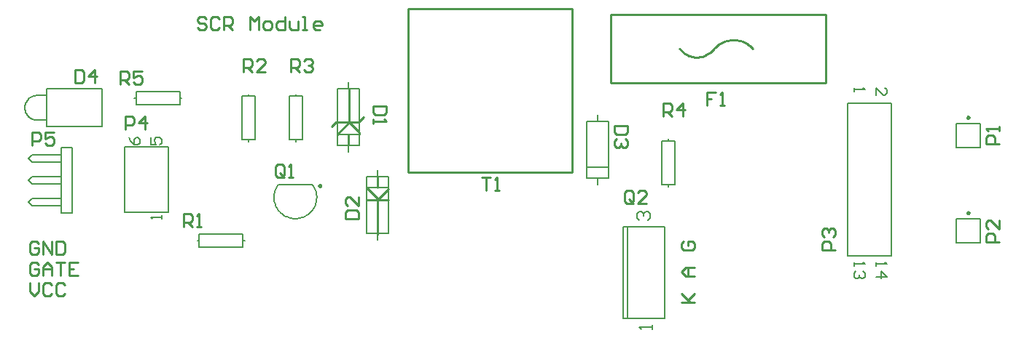
<source format=gto>
%FSTAX25Y25*%
%MOIN*%
%SFA1B1*%

%IPPOS*%
%ADD10C,0.010000*%
%ADD11C,0.007870*%
%ADD12C,0.009840*%
%ADD13C,0.005000*%
%ADD14C,0.008000*%
%ADD15C,0.005910*%
%LNpcb1-1*%
%LPD*%
G54D10*
X0334945Y0138559D02*
D01*
X0334381Y0139154*
X0333778Y0139708*
X0333138Y0140219*
X0332463Y0140684*
X0331758Y0141101*
X0331026Y0141468*
X0330269Y0141782*
X0329493Y0142044*
X03287Y014225*
X0327894Y0142401*
X0327081Y0142495*
X0326262Y0142532*
X0325443Y0142511*
X0324627Y0142434*
X0323819Y01423*
X0323022Y014211*
X0322241Y0141865*
X0321478Y0141566*
X0320738Y0141214*
X0320024Y0140812*
X031934Y0140361*
X0318689Y0139863*
X0318075Y0139321*
X03175Y0138738*
X0317339Y0138559*
X030159D02*
D01*
X0302021Y0138024*
X0302488Y013752*
X0302989Y013705*
X0303522Y0136617*
X0304084Y0136222*
X0304672Y0135866*
X0305284Y0135553*
X0305916Y0135283*
X0306565Y0135058*
X0307228Y0134879*
X0307902Y0134746*
X0308584Y0134661*
X030927Y0134624*
X0309957Y0134634*
X0310641Y0134692*
X031132Y0134798*
X031199Y0134951*
X0312647Y0135151*
X0313289Y0135396*
X0313912Y0135685*
X0314514Y0136016*
X0315091Y0136389*
X0315641Y0136801*
X031616Y0137251*
X0316647Y0137736*
X0317099Y0138253*
X0317339Y0138559*
X0177559Y0156693D02*
X0252362D01*
Y008189D02*
Y0156693D01*
X0177559Y008189D02*
X0252362D01*
X0177559D02*
Y0156693D01*
X0163386Y0053185D02*
Y0069685D01*
Y0074803D02*
Y0079835D01*
X015835Y0069291D02*
X016835D01*
X016402Y0069685D02*
X016835Y0074016D01*
X0163386Y0069685D02*
X016402D01*
X0163386D02*
Y0069906D01*
X0159055Y0074016D02*
X0163386Y0069685D01*
X0158661Y0074016D02*
X0159055D01*
X0150394Y0104724D02*
Y0119693D01*
X015Y0094087D02*
Y0099087D01*
X014252Y0102756D02*
X0144488Y0104724D01*
X0145*
X0154724D02*
X0157087Y0107087D01*
X0150394Y0104724D02*
X0154724D01*
X0145D02*
X0150394D01*
X0155Y0100118*
Y0099087D02*
Y0100118D01*
X0145Y0099331D02*
X0150394Y0104724D01*
X0145Y0099087D02*
Y0099331D01*
X0270094Y0146433D02*
Y0154307D01*
X036852*
Y0146433D02*
Y0154307D01*
Y0122811D02*
Y0146433D01*
X0270094Y0122811D02*
X036852D01*
X0270094D02*
Y0130685D01*
X036852D02*
Y0146433D01*
X0270094Y0130685D02*
Y0146433D01*
X0008542Y0049209D02*
X0007542Y0050209D01*
X0005543*
X0004543Y0049209*
Y0045211*
X0005543Y0044211*
X0007542*
X0008542Y0045211*
Y004721*
X0006543*
X0010541Y0044211D02*
Y0050209D01*
X001454Y0044211*
Y0050209*
X0016539D02*
Y0044211D01*
X0019538*
X0020538Y0045211*
Y0049209*
X0019538Y0050209*
X0016539*
X0008542Y0039612D02*
X0007542Y0040611D01*
X0005543*
X0004543Y0039612*
Y0035613*
X0005543Y0034613*
X0007542*
X0008542Y0035613*
Y0037613*
X0006543*
X0010541Y0034613D02*
Y0038612D01*
X0012541Y0040611*
X001454Y0038612*
Y0034613*
Y0037613*
X0010541*
X0016539Y0040611D02*
X0020538D01*
X0018539*
Y0034613*
X0026536Y0040611D02*
X0022537D01*
Y0034613*
X0026536*
X0022537Y0037613D02*
X0024537D01*
X0004543Y0031014D02*
Y0027015D01*
X0006543Y0025016*
X0008542Y0027015*
Y0031014*
X001454Y0030014D02*
X001354Y0031014D01*
X0011541*
X0010541Y0030014*
Y0026015*
X0011541Y0025016*
X001354*
X001454Y0026015*
X0020538Y0030014D02*
X0019538Y0031014D01*
X0017539*
X0016539Y0030014*
Y0026015*
X0017539Y0025016*
X0019538*
X0020538Y0026015*
X0085101Y0152243D02*
X0084101Y0153242D01*
X0082102*
X0081102Y0152243*
Y0151243*
X0082102Y0150243*
X0084101*
X0085101Y0149243*
Y0148244*
X0084101Y0147244*
X0082102*
X0081102Y0148244*
X0091099Y0152243D02*
X00901Y0153242D01*
X00881*
X00871Y0152243*
Y0148244*
X00881Y0147244*
X00901*
X0091099Y0148244*
X0093098Y0147244D02*
Y0153242D01*
X0096097*
X0097097Y0152243*
Y0150243*
X0096097Y0149243*
X0093098*
X0095098D02*
X0097097Y0147244D01*
X0105095D02*
Y0153242D01*
X0107094Y0151243*
X0109093Y0153242*
Y0147244*
X0112092D02*
X0114092D01*
X0115091Y0148244*
Y0150243*
X0114092Y0151243*
X0112092*
X0111093Y0150243*
Y0148244*
X0112092Y0147244*
X0121089Y0153242D02*
Y0147244D01*
X011809*
X0117091Y0148244*
Y0150243*
X011809Y0151243*
X0121089*
X0123089D02*
Y0148244D01*
X0124089Y0147244*
X0127087*
Y0151243*
X0129087Y0147244D02*
X0131086D01*
X0130087*
Y0153242*
X0129087*
X0137084Y0147244D02*
X0135085D01*
X0134085Y0148244*
Y0150243*
X0135085Y0151243*
X0137084*
X0138084Y0150243*
Y0149243*
X0134085*
X030227Y0022047D02*
X0308268D01*
X0306268*
X030227Y0026046*
X0305269Y0023047*
X0308268Y0026046*
Y0034043D02*
X0304269D01*
X030227Y0036043*
X0304269Y0038042*
X0308268*
X0305269*
Y0034043*
X0303269Y0050038D02*
X030227Y0049038D01*
Y0047039*
X0303269Y004604*
X0307268*
X0308268Y0047039*
Y0049038*
X0307268Y0050038*
X0305269*
Y0048039*
X0167415Y0112205D02*
X0161417D01*
Y0109206*
X0162417Y0108206*
X0166416*
X0167415Y0109206*
Y0112205*
X0161417Y0106207D02*
Y0104207D01*
Y0105207*
X0167415*
X0166416Y0106207*
X0148726Y006063D02*
X0154724D01*
Y0063629*
X0153725Y0064629*
X0149726*
X0148726Y0063629*
Y006063*
X0154724Y0070627D02*
Y0066628D01*
X0150726Y0070627*
X0149726*
X0148726Y0069627*
Y0067628*
X0149726Y0066628*
X0277652Y010315D02*
X0271654D01*
Y0100151*
X0272653Y0099151*
X0276652*
X0277652Y0100151*
Y010315*
X0276652Y0097151D02*
X0277652Y0096152D01*
Y0094152*
X0276652Y0093153*
X0275652*
X0274653Y0094152*
Y0095152*
Y0094152*
X0273653Y0093153*
X0272653*
X0271654Y0094152*
Y0096152*
X0272653Y0097151*
X0318093Y0118557D02*
X0314094D01*
Y0115558*
X0316094*
X0314094*
Y0112559*
X0320093D02*
X0322092D01*
X0321092*
Y0118557*
X0320093Y0117557*
X0447638Y0094882D02*
X044164D01*
Y0097881*
X0442639Y0098881*
X0444639*
X0445638Y0097881*
Y0094882*
X0447638Y010088D02*
Y0102879D01*
Y010188*
X044164*
X0442639Y010088*
X0447638Y005D02*
X044164D01*
Y0052999*
X0442639Y0053999*
X0444639*
X0445638Y0052999*
Y005*
X0447638Y0059997D02*
Y0055998D01*
X0443639Y0059997*
X0442639*
X044164Y0058997*
Y0056998*
X0442639Y0055998*
X0372921Y0046059D02*
X0366923D01*
Y0049058*
X0367923Y0050058*
X0369922*
X0370922Y0049058*
Y0046059*
X0367923Y0052057D02*
X0366923Y0053057D01*
Y0055056*
X0367923Y0056056*
X0368922*
X0369922Y0055056*
Y0054057*
Y0055056*
X0370922Y0056056*
X0371921*
X0372921Y0055056*
Y0053057*
X0371921Y0052057*
X0048248Y0101654D02*
Y0107652D01*
X0051248*
X0052247Y0106652*
Y0104653*
X0051248Y0103653*
X0048248*
X0057245Y0101654D02*
Y0107652D01*
X0054246Y0104653*
X0058245*
X0120649Y008067D02*
Y0084668D01*
X0119649Y0085668*
X011765*
X011665Y0084668*
Y008067*
X011765Y007967*
X0119649*
X011865Y0081669D02*
X0120649Y007967D01*
X0119649D02*
X0120649Y008067D01*
X0122649Y007967D02*
X0124648D01*
X0123648*
Y0085668*
X0122649Y0084668*
X0280413Y0068341D02*
Y007234D01*
X0279413Y007334*
X0277414*
X0276414Y007234*
Y0068341*
X0277414Y0067342*
X0279413*
X0278414Y0069341D02*
X0280413Y0067342D01*
X0279413D02*
X0280413Y0068341D01*
X0286411Y0067342D02*
X0282412D01*
X0286411Y007134*
Y007234*
X0285411Y007334*
X0283412*
X0282412Y007234*
X007465Y005677D02*
Y0062768D01*
X0077649*
X0078649Y0061769*
Y0059769*
X0077649Y0058769*
X007465*
X007665D02*
X0078649Y005677D01*
X0080648D02*
X0082648D01*
X0081648*
Y0062768*
X0080648Y0061769*
X0101981Y0127843D02*
Y0133841D01*
X010498*
X0105979Y0132841*
Y0130842*
X010498Y0129842*
X0101981*
X010398D02*
X0105979Y0127843D01*
X0111978D02*
X0107979D01*
X0111978Y0131842*
Y0132841*
X0110978Y0133841*
X0108978*
X0107979Y0132841*
X0123634Y0127843D02*
Y0133841D01*
X0126633*
X0127633Y0132841*
Y0130842*
X0126633Y0129842*
X0123634*
X0125634D02*
X0127633Y0127843D01*
X0129632Y0132841D02*
X0130632Y0133841D01*
X0132631*
X0133631Y0132841*
Y0131842*
X0132631Y0130842*
X0131632*
X0132631*
X0133631Y0129842*
Y0128843*
X0132631Y0127843*
X0130632*
X0129632Y0128843*
X0294107Y010737D02*
Y0113368D01*
X0297106*
X0298105Y0112369*
Y011037*
X0297106Y010937*
X0294107*
X0296106D02*
X0298105Y010737D01*
X0303104D02*
Y0113368D01*
X0300105Y011037*
X0304103*
X0211024Y007962D02*
X0215022D01*
X0213023*
Y0073622*
X0217022D02*
X0219021D01*
X0218021*
Y007962*
X0217022Y007862*
X0005512Y0094095D02*
Y0100093D01*
X0008511*
X000951Y0099093*
Y0097093*
X0008511Y0096094*
X0005512*
X0015509Y0100093D02*
X001151D01*
Y0097093*
X0013509Y0098093*
X0014509*
X0015509Y0097093*
Y0095094*
X0014509Y0094095*
X001251*
X001151Y0095094*
X0025197Y0128833D02*
Y0122835D01*
X0028196*
X0029195Y0123834*
Y0127833*
X0028196Y0128833*
X0025197*
X0034194Y0122835D02*
Y0128833D01*
X0031195Y0125834*
X0035194*
X0045831Y0122147D02*
Y0128145D01*
X004883*
X0049829Y0127146*
Y0125146*
X004883Y0124147*
X0045831*
X004783D02*
X0049829Y0122147D01*
X0055827Y0128145D02*
X0051829D01*
Y0125146*
X0053828Y0126146*
X0054828*
X0055827Y0125146*
Y0123147*
X0054828Y0122147*
X0052828*
X0051829Y0123147*
G54D11*
X0118055Y0076276D02*
D01*
X0117662Y0075717*
X0117308Y0075133*
X0116997Y0074526*
X0116729Y0073898*
X0116505Y0073253*
X0116326Y0072594*
X0116194Y0071925*
X0116109Y0071247*
X0116072Y0070566*
X0116082Y0069883*
X011614Y0069203*
X0116245Y0068529*
X0116396Y0067863*
X0116594Y006721*
X0116837Y0066572*
X0117124Y0065952*
X0117453Y0065355*
X0117824Y0064781*
X0118233Y0064235*
X011868Y0063718*
X0119161Y0063235*
X0119675Y0062785*
X0120219Y0062373*
X0120791Y0062*
X0121387Y0061667*
X0122005Y0061377*
X0122641Y0061131*
X0123294Y006093*
X0123958Y0060774*
X0124632Y0060666*
X0125312Y0060605*
X0125995Y0060591*
X0126676Y0060625*
X0127354Y0060706*
X0128025Y0060835*
X0128684Y006101*
X012933Y006123*
X0129959Y0061495*
X0130568Y0061804*
X0131154Y0062154*
X0131715Y0062544*
X0132246Y0062972*
X0132747Y0063436*
X0133214Y0063934*
X0133645Y0064464*
X0134037Y0065022*
X0134391Y0065606*
X0134702Y0066213*
X013497Y0066841*
X0135194Y0067486*
X0135373Y0068145*
X0135505Y0068814*
X013559Y0069492*
X0135627Y0070173*
X0135617Y0070856*
X0135559Y0071536*
X0135454Y007221*
X0135303Y0072876*
X0135105Y0073529*
X0134862Y0074167*
X0134575Y0074787*
X0134246Y0075384*
X0133875Y0075958*
X0133646Y0076276*
X0264173Y0076126D02*
Y0079126D01*
Y0105126D02*
Y0108126D01*
X0259173Y0084126D02*
X0269173D01*
Y0079126D02*
Y0105126D01*
X0259173Y0079126D02*
X0269173D01*
X0259173D02*
Y0105126D01*
X0269173*
X0005407Y0066523D02*
X001874D01*
X000374Y0068189D02*
X0005407Y0066523D01*
X000374Y0068189D02*
X0005407Y0069856D01*
X001874*
X0005407Y0076522D02*
X001874D01*
X000374Y0078189D02*
X0005407Y0076522D01*
X000374Y0078189D02*
X0005407Y0079856D01*
X001874*
X0005407Y0086523D02*
X001874D01*
X000374Y0088189D02*
X0005407Y0086523D01*
X000374Y0088189D02*
X0005407Y0089856D01*
X001874*
X002374Y0063189D02*
Y0093189D01*
X001874D02*
X002374D01*
X001874Y0063189D02*
X002374D01*
X001874D02*
Y0093189D01*
X0125984Y0116693D02*
Y0117593D01*
Y0095793D02*
Y0096693D01*
Y0116693D02*
X0128984D01*
Y0096693D02*
Y0116693D01*
X0122984Y0096693D02*
X0128984D01*
X0122984D02*
Y0116693D01*
X0125984*
X0118055Y0076276D02*
X0133646D01*
X008095Y005037D02*
X008185D01*
X010185D02*
X010275D01*
X008185D02*
Y005337D01*
X010185*
Y004737D02*
Y005337D01*
X008185Y004737D02*
X010185D01*
X008185D02*
Y005037D01*
X0104331Y0116693D02*
Y0117593D01*
Y0095793D02*
Y0096693D01*
Y0116693D02*
X0107331D01*
Y0096693D02*
Y0116693D01*
X0101331Y0096693D02*
X0107331D01*
X0101331D02*
Y0116693D01*
X0104331*
X0067598Y0074337D02*
Y0093504D01*
Y0063504D02*
Y0093504D01*
X0047598Y0063504D02*
Y0093504D01*
Y0063504D02*
X0067598D01*
X0047598Y0093504D02*
X0067598D01*
X0275787Y005689D02*
X0294685D01*
X0275787Y0014764D02*
X0294685D01*
Y005689*
X0275787Y0014764D02*
Y005689D01*
X0277756Y0014764D02*
Y005689D01*
X0296457Y009622D02*
Y009712D01*
Y0075321D02*
Y0076221D01*
Y009622D02*
X0299457D01*
Y0076221D02*
Y009622D01*
X0293457Y0076221D02*
X0299457D01*
X0293457D02*
Y009622D01*
X0296457*
X0145Y0120087D02*
X0155D01*
X0145Y0094087D02*
Y0120087D01*
Y0094087D02*
X0155D01*
Y0120087*
X0145Y0099087D02*
X0155D01*
X015Y0120087D02*
Y0123087D01*
Y0091087D02*
Y0094087D01*
X015835Y005387D02*
X016835D01*
Y007987*
X015835D02*
X016835D01*
X015835Y005387D02*
Y007987D01*
Y007487D02*
X016835D01*
X016335Y005087D02*
Y005387D01*
Y007987D02*
Y008287D01*
X0378421Y0043559D02*
Y0113559D01*
X0398421Y0043559D02*
Y0113559D01*
X0378421D02*
X0398421D01*
X0378421Y0043559D02*
X0398421D01*
X0052092Y0115748D02*
X0052992D01*
X0072992D02*
X0073892D01*
X0052992D02*
Y0118748D01*
X0072992*
Y0112748D02*
Y0118748D01*
X0052992Y0112748D02*
X0072992D01*
X0052992D02*
Y0115748D01*
X0427953Y0104331D02*
X0438976D01*
Y0093307D02*
Y0104331D01*
X0427953Y0093307D02*
X0438976D01*
X0427953D02*
Y0104331D01*
Y006063D02*
X0438976D01*
Y0049606D02*
Y006063D01*
X0427953Y0049606D02*
X0438976D01*
X0427953D02*
Y006063D01*
G54D12*
X0137484Y0075685D02*
D01*
X0137482Y0075719*
X0137479Y0075753*
X0137473Y0075787*
X0137464Y007582*
X0137454Y0075853*
X0137441Y0075885*
X0137426Y0075915*
X0137409Y0075945*
X013739Y0075974*
X0137368Y0076001*
X0137345Y0076026*
X0137321Y007605*
X0137294Y0076072*
X0137267Y0076092*
X0137238Y0076111*
X0137207Y0076127*
X0137176Y0076141*
X0137144Y0076152*
X0137111Y0076162*
X0137077Y0076169*
X0137043Y0076174*
X0137009Y0076176*
X0136974*
X013694Y0076174*
X0136906Y0076169*
X0136872Y0076162*
X0136839Y0076152*
X0136807Y0076141*
X0136776Y0076127*
X0136746Y0076111*
X0136716Y0076092*
X0136689Y0076072*
X0136662Y007605*
X0136638Y0076026*
X0136615Y0076001*
X0136593Y0075974*
X0136574Y0075945*
X0136557Y0075915*
X0136542Y0075885*
X0136529Y0075853*
X0136519Y007582*
X013651Y0075787*
X0136504Y0075753*
X0136501Y0075719*
X01365Y0075685*
X0136501Y007565*
X0136504Y0075616*
X013651Y0075582*
X0136519Y0075549*
X0136529Y0075516*
X0136542Y0075484*
X0136557Y0075454*
X0136574Y0075424*
X0136593Y0075395*
X0136615Y0075368*
X0136638Y0075343*
X0136662Y0075319*
X0136689Y0075297*
X0136716Y0075277*
X0136746Y0075258*
X0136776Y0075242*
X0136807Y0075228*
X0136839Y0075217*
X0136872Y0075207*
X0136906Y00752*
X013694Y0075195*
X0136974Y0075193*
X0137009*
X0137043Y0075195*
X0137077Y00752*
X0137111Y0075207*
X0137144Y0075217*
X0137176Y0075228*
X0137207Y0075242*
X0137238Y0075258*
X0137267Y0075277*
X0137294Y0075297*
X0137321Y0075319*
X0137345Y0075343*
X0137368Y0075368*
X013739Y0075395*
X0137409Y0075424*
X0137426Y0075454*
X0137441Y0075484*
X0137454Y0075516*
X0137464Y0075549*
X0137473Y0075582*
X0137479Y0075616*
X0137482Y007565*
X0137484Y0075685*
X0433957Y010689D02*
D01*
X0433955Y0106924*
X0433952Y0106958*
X0433946Y0106992*
X0433937Y0107025*
X0433927Y0107058*
X0433914Y010709*
X0433899Y010712*
X0433882Y010715*
X0433863Y0107179*
X0433841Y0107206*
X0433818Y0107231*
X0433794Y0107255*
X0433767Y0107277*
X043374Y0107297*
X0433711Y0107316*
X043368Y0107332*
X0433649Y0107346*
X0433617Y0107357*
X0433584Y0107367*
X043355Y0107374*
X0433516Y0107379*
X0433482Y0107381*
X0433447*
X0433413Y0107379*
X0433379Y0107374*
X0433345Y0107367*
X0433312Y0107357*
X043328Y0107346*
X0433249Y0107332*
X0433219Y0107316*
X0433189Y0107297*
X0433162Y0107277*
X0433135Y0107255*
X0433111Y0107231*
X0433088Y0107206*
X0433066Y0107179*
X0433047Y010715*
X043303Y010712*
X0433015Y010709*
X0433002Y0107058*
X0432992Y0107025*
X0432983Y0106992*
X0432977Y0106958*
X0432974Y0106924*
X0432973Y010689*
X0432974Y0106855*
X0432977Y0106821*
X0432983Y0106787*
X0432992Y0106754*
X0433002Y0106721*
X0433015Y0106689*
X043303Y0106659*
X0433047Y0106629*
X0433066Y01066*
X0433088Y0106573*
X0433111Y0106548*
X0433135Y0106524*
X0433162Y0106502*
X0433189Y0106482*
X0433219Y0106463*
X0433249Y0106447*
X043328Y0106433*
X0433312Y0106422*
X0433345Y0106412*
X0433379Y0106405*
X0433413Y01064*
X0433447Y0106398*
X0433482*
X0433516Y01064*
X043355Y0106405*
X0433584Y0106412*
X0433617Y0106422*
X0433649Y0106433*
X043368Y0106447*
X0433711Y0106463*
X043374Y0106482*
X0433767Y0106502*
X0433794Y0106524*
X0433818Y0106548*
X0433841Y0106573*
X0433863Y01066*
X0433882Y0106629*
X0433899Y0106659*
X0433914Y0106689*
X0433927Y0106721*
X0433937Y0106754*
X0433946Y0106787*
X0433952Y0106821*
X0433955Y0106855*
X0433957Y010689*
Y0063189D02*
D01*
X0433955Y0063223*
X0433952Y0063257*
X0433946Y0063291*
X0433937Y0063324*
X0433927Y0063357*
X0433914Y0063389*
X0433899Y0063419*
X0433882Y0063449*
X0433863Y0063478*
X0433841Y0063505*
X0433818Y006353*
X0433794Y0063554*
X0433767Y0063576*
X043374Y0063596*
X0433711Y0063615*
X043368Y0063631*
X0433649Y0063645*
X0433617Y0063656*
X0433584Y0063666*
X043355Y0063673*
X0433516Y0063678*
X0433482Y006368*
X0433447*
X0433413Y0063678*
X0433379Y0063673*
X0433345Y0063666*
X0433312Y0063656*
X043328Y0063645*
X0433249Y0063631*
X0433219Y0063615*
X0433189Y0063596*
X0433162Y0063576*
X0433135Y0063554*
X0433111Y006353*
X0433088Y0063505*
X0433066Y0063478*
X0433047Y0063449*
X043303Y0063419*
X0433015Y0063389*
X0433002Y0063357*
X0432992Y0063324*
X0432983Y0063291*
X0432977Y0063257*
X0432974Y0063223*
X0432973Y0063189*
X0432974Y0063154*
X0432977Y006312*
X0432983Y0063086*
X0432992Y0063053*
X0433002Y006302*
X0433015Y0062988*
X043303Y0062958*
X0433047Y0062928*
X0433066Y0062899*
X0433088Y0062872*
X0433111Y0062847*
X0433135Y0062823*
X0433162Y0062801*
X0433189Y0062781*
X0433219Y0062762*
X0433249Y0062746*
X043328Y0062732*
X0433312Y0062721*
X0433345Y0062711*
X0433379Y0062704*
X0433413Y0062699*
X0433447Y0062697*
X0433482*
X0433516Y0062699*
X043355Y0062704*
X0433584Y0062711*
X0433617Y0062721*
X0433649Y0062732*
X043368Y0062746*
X0433711Y0062762*
X043374Y0062781*
X0433767Y0062801*
X0433794Y0062823*
X0433818Y0062847*
X0433841Y0062872*
X0433863Y0062899*
X0433882Y0062928*
X0433899Y0062958*
X0433914Y0062988*
X0433927Y006302*
X0433937Y0063053*
X0433946Y0063086*
X0433952Y006312*
X0433955Y0063154*
X0433957Y0063189*
G54D13*
X0007874Y0117126D02*
D01*
X0007475Y0117112*
X0007079Y011707*
X0006687Y0117001*
X00063Y0116904*
X0005921Y0116781*
X0005551Y0116632*
X0005193Y0116457*
X0004848Y0116258*
X0004518Y0116035*
X0004204Y011579*
X0003908Y0115523*
X0003631Y0115237*
X0003375Y0114931*
X0003141Y0114609*
X0002929Y0114271*
X0002742Y0113919*
X000258Y0113555*
X0002444Y0113181*
X0002334Y0112798*
X0002251Y0112408*
X0002196Y0112013*
X0002168Y0111616*
Y0111217*
X0002196Y011082*
X0002251Y0110425*
X0002334Y0110035*
X0002444Y0109652*
X000258Y0109278*
X0002742Y0108914*
X0002929Y0108562*
X0003141Y0108224*
X0003375Y0107902*
X0003631Y0107596*
X0003908Y010731*
X0004204Y0107043*
X0004518Y0106798*
X0004848Y0106575*
X0005193Y0106376*
X0005551Y0106201*
X0005921Y0106052*
X00063Y0105929*
X0006687Y0105832*
X0007079Y0105763*
X0007475Y0105721*
X0007874Y0105709*
Y0117126D02*
X0012205D01*
X0007874Y0105709D02*
X0012205D01*
Y0120079D02*
X0037402D01*
X0012205Y0102756D02*
Y0120079D01*
Y0102756D02*
X0037402D01*
Y0120079*
G54D14*
X0064598Y0060504D02*
Y006217D01*
Y0061337*
X00596*
X0060433Y0060504*
X00596Y0097836D02*
Y0094504D01*
X0062099*
X0061266Y009617*
Y0097003*
X0062099Y0097836*
X0063765*
X0064598Y0097003*
Y0095337*
X0063765Y0094504*
X0381421Y0040559D02*
Y0038893D01*
Y0039726*
X038642*
X0385587Y0040559*
Y0036394D02*
X038642Y0035561D01*
Y0033895*
X0385587Y0033062*
X0384753*
X038392Y0033895*
Y0034728*
Y0033895*
X0383087Y0033062*
X0382254*
X0381421Y0033895*
Y0035561*
X0382254Y0036394*
X0391421Y0040559D02*
Y0038893D01*
Y0039726*
X039642*
X0395586Y0040559*
X0391421Y0033895D02*
X039642D01*
X039392Y0036394*
Y0033062*
X0381421Y0120559D02*
Y0118893D01*
Y0119726*
X038642*
X0385587Y0120559*
X0391421Y0117227D02*
Y0120559D01*
X0394753Y0117227*
X0395586*
X039642Y011806*
Y0119726*
X0395586Y0120559*
X00496Y0097836D02*
X0050433Y009617D01*
X0052099Y0094504*
X0053765*
X0054598Y0095337*
Y0097003*
X0053765Y0097836*
X0052932*
X0052099Y0097003*
Y0094504*
G54D15*
X0283226Y0059827D02*
X0282242Y0060811D01*
Y0062779*
X0283226Y0063762*
X028421*
X0285194Y0062779*
Y0061795*
Y0062779*
X0286178Y0063762*
X0287162*
X0288146Y0062779*
Y0060811*
X0287162Y0059827*
X0289146Y0009827D02*
Y0011795D01*
Y0010811*
X0283242*
X0284226Y0009827*
M02*
</source>
